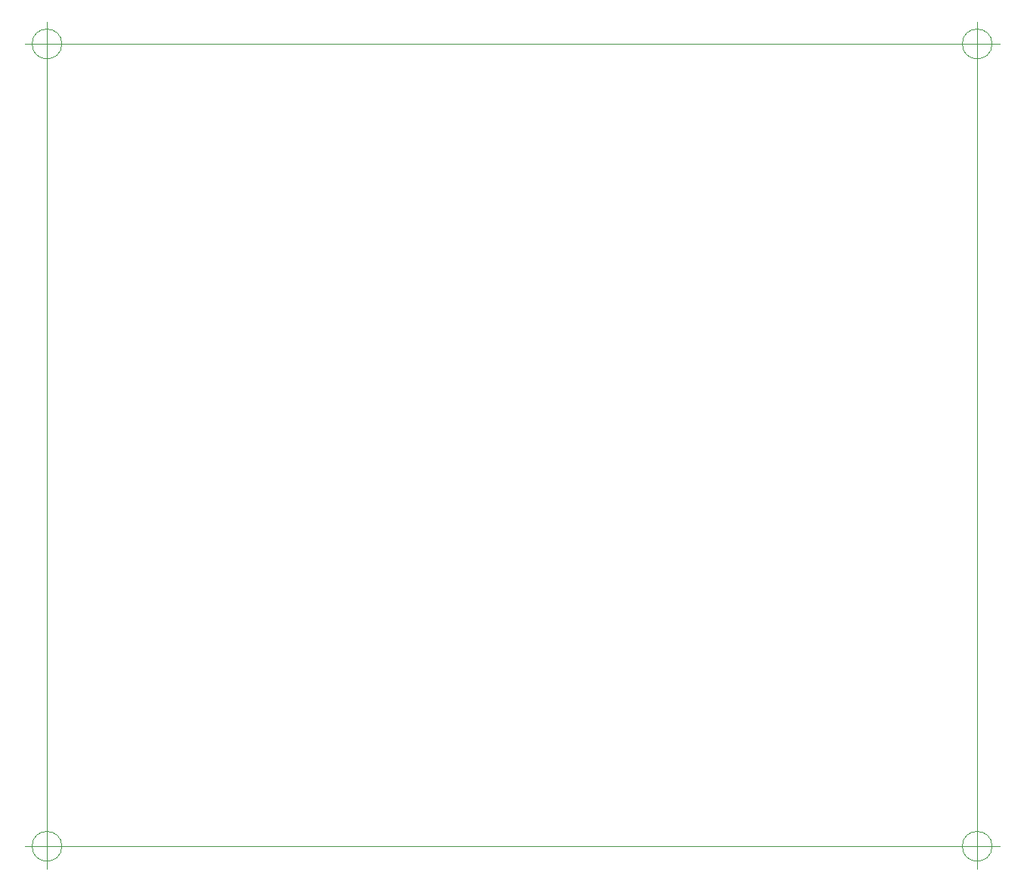
<source format=gbr>
%TF.GenerationSoftware,KiCad,Pcbnew,5.1.5+dfsg1-2build2*%
%TF.CreationDate,2021-08-10T12:38:12+02:00*%
%TF.ProjectId,ledcube_5,6c656463-7562-4655-9f35-2e6b69636164,rev?*%
%TF.SameCoordinates,Original*%
%TF.FileFunction,Profile,NP*%
%FSLAX46Y46*%
G04 Gerber Fmt 4.6, Leading zero omitted, Abs format (unit mm)*
G04 Created by KiCad (PCBNEW 5.1.5+dfsg1-2build2) date 2021-08-10 12:38:12*
%MOMM*%
%LPD*%
G04 APERTURE LIST*
%TA.AperFunction,Profile*%
%ADD10C,0.100000*%
%TD*%
%TA.AperFunction,Profile*%
%ADD11C,0.050000*%
%TD*%
G04 APERTURE END LIST*
D10*
X259334000Y-33274000D02*
X259334000Y-123190000D01*
X155194000Y-33274000D02*
X259334000Y-33274000D01*
X155194000Y-123190000D02*
X155194000Y-33274000D01*
X259334000Y-123190000D02*
X155194000Y-123190000D01*
D11*
X156860666Y-33274000D02*
G75*
G03X156860666Y-33274000I-1666666J0D01*
G01*
X152694000Y-33274000D02*
X157694000Y-33274000D01*
X155194000Y-30774000D02*
X155194000Y-35774000D01*
X156860666Y-123190000D02*
G75*
G03X156860666Y-123190000I-1666666J0D01*
G01*
X152694000Y-123190000D02*
X157694000Y-123190000D01*
X155194000Y-120690000D02*
X155194000Y-125690000D01*
X261000666Y-123190000D02*
G75*
G03X261000666Y-123190000I-1666666J0D01*
G01*
X256834000Y-123190000D02*
X261834000Y-123190000D01*
X259334000Y-120690000D02*
X259334000Y-125690000D01*
X261000666Y-33274000D02*
G75*
G03X261000666Y-33274000I-1666666J0D01*
G01*
X256834000Y-33274000D02*
X261834000Y-33274000D01*
X259334000Y-30774000D02*
X259334000Y-35774000D01*
M02*

</source>
